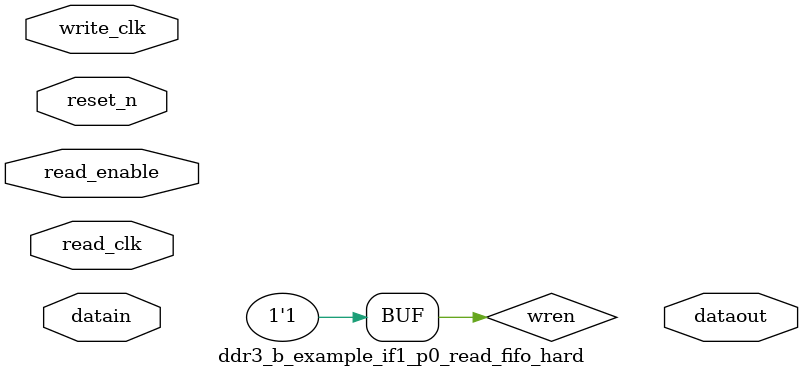
<source format=v>



`timescale 1 ps / 1 ps

module ddr3_b_example_if1_p0_read_fifo_hard(
	write_clk,
	read_clk,
	read_enable,
	reset_n,
	datain,
	dataout
);

// ******************************************************************************************************************************** 
// BEGIN PARAMETER SECTION
// All parameters default to "" will have their values passed in from higher level wrapper with the controller and driver 

parameter DQ_GROUP_WIDTH = "";

localparam RATE_MULT = 2;


// END PARAMETER SECTION
// ******************************************************************************************************************************** 

input	write_clk;
input	read_clk;
input	read_enable;
input	reset_n;
input	[DQ_GROUP_WIDTH*2-1:0] datain;
output	[RATE_MULT*DQ_GROUP_WIDTH*2-1:0] dataout;


// ******************************************************************************************************************************** 
// Instantiate write-enable circuitry inside the DQS logic block
// ******************************************************************************************************************************** 

// The read_clk is expected to be a strobe that only toggles when there
// is valid data, so wren is tied to 1
wire wren = 1'b1;
	

// ******************************************************************************************************************************** 
// Instantiate read-enable circuitry inside the DQS logic block
// ******************************************************************************************************************************** 
wire read_enable_tmp;
wire plus2_tmp;
stratixv_read_fifo_read_enable fifo_read_enable (
	.re(read_enable),
	.rclk(),
	.plus2(1'b0), 
	.areset(),
	.reout (read_enable_tmp),
	.plus2out (plus2_tmp)
);
defparam fifo_read_enable.use_stalled_read_enable = "false";

// ******************************************************************************************************************************** 
// Instantiate hard read-fifo. 
// ******************************************************************************************************************************** 
generate
genvar dq_count;
	for (dq_count=0; dq_count<DQ_GROUP_WIDTH; dq_count=dq_count+1)
	begin:read_fifos
		// The datain bus is the read data for the current DQS group
		// coming out of the DDIO. Its width is 2x of each DQS group on the
		// memory interface. The bus is ordered by time slot:
		//
		// D0_T1, D0_T0
		//
		// The dataout bus is the read data going out of the FIFO. In FR, it has
		// the same width as datain. In HR, it 2x the datain width. The bus is
		// ordered by time slot.
		//
		// FR: D0_T1, D0_T0
		// HR: D0_T3, D0_T2, D0_T1, D0_T0
		stratixv_read_fifo fifo (
			.wclk(write_clk),
			.we(wren),
			.rclk(read_clk),
			.re(read_enable_tmp),
			.areset(~reset_n),
			.plus2(plus2_tmp),
			.datain({datain[dq_count], datain[dq_count + DQ_GROUP_WIDTH]}),
			.dataout({
					dataout[dq_count + (DQ_GROUP_WIDTH * 0)],
					dataout[dq_count + (DQ_GROUP_WIDTH * 1)],
					dataout[dq_count + (DQ_GROUP_WIDTH * 2)],
					dataout[dq_count + (DQ_GROUP_WIDTH * 3)]
								})
		);
		defparam fifo.use_half_rate_read = "true";
		defparam fifo.sim_wclk_pre_delay = 100;
	end
endgenerate

endmodule

</source>
